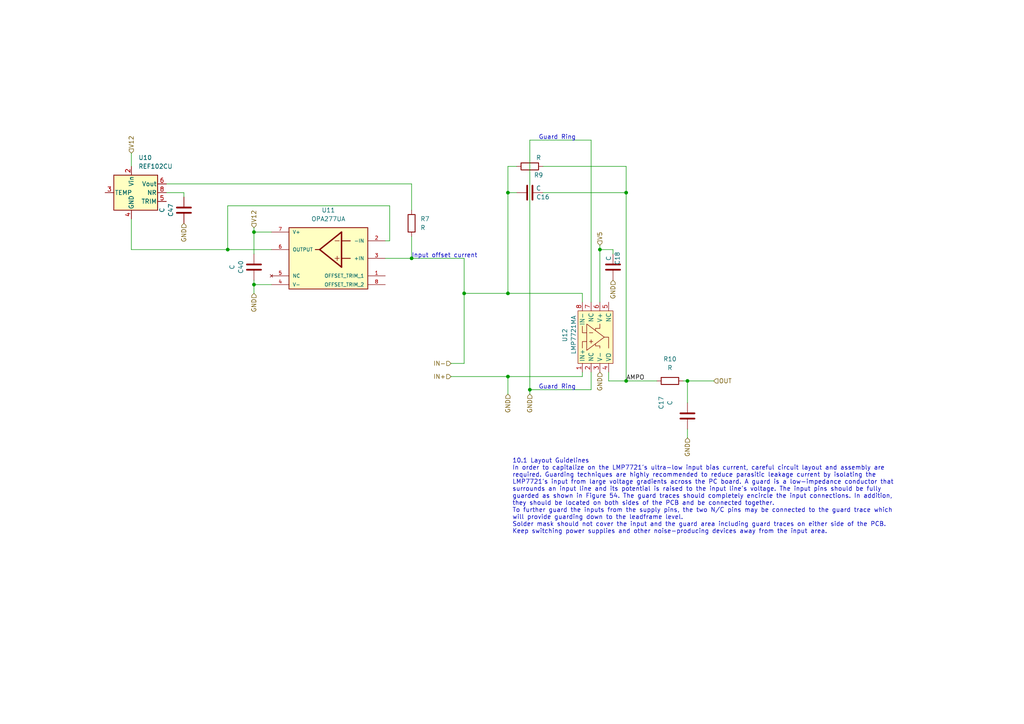
<source format=kicad_sch>
(kicad_sch (version 20211123) (generator eeschema)
  (paper "A4")
  (lib_symbols
    (symbol "Device:C" (pin_numbers hide) (pin_names (offset 0.254))
      (property "Reference" "C" (at 0.635 2.54 0))
      (property "Value" "C" (at 0.635 -2.54 0))
      (symbol "C_0_1"
        (polyline (pts (xy -2.032 -0.762) (xy 2.032 -0.762)) (stroke (width 0.508)))
        (polyline (pts (xy -2.032 0.762) (xy 2.032 0.762)) (stroke (width 0.508)))
      )
      (symbol "C_1_1"
        (pin passive line (at 0 3.81 270) (length 2.794) (name "~") (number "1"))
        (pin passive line (at 0 -3.81 90) (length 2.794) (name "~") (number "2"))
      )
    )
    (symbol "Device:R" (pin_numbers hide) (pin_names (offset 0))
      (property "Reference" "R" (at 2.032 0 90))
      (property "Value" "R" (at 0 0 90))
      (symbol "R_0_1"
        (rectangle (start -1.016 -2.54) (end 1.016 2.54) (stroke (width 0.254)))
      )
      (symbol "R_1_1"
        (pin passive line (at 0 3.81 270) (length 1.27) (name "~") (number "1"))
        (pin passive line (at 0 -3.81 90) (length 1.27) (name "~") (number "2"))
      )
    )
    (symbol "LMP7721:LMP7721MA"
      (property "Reference" "U" (at 0 6.35 0))
      (property "Value" "LMP7721MA" (at -0.635 8.89 0))
      (symbol "LMP7721MA_0_1"
        (rectangle (start -7.62 5.08) (end 7.62 -5.08) (fill (type background)))
        (polyline (pts (xy -1.778 1.27) (xy -0.762 1.27)))
        (polyline (pts (xy -1.27 1.778) (xy -1.27 0.762)))
        (polyline (pts (xy 1.27 1.778) (xy 1.27 0.762)))
        (polyline (pts (xy -1.27 2.54) (xy -1.27 3.81) (xy -3.175 3.81)))
        (polyline (pts (xy 0 -2.54) (xy 0 -3.81) (xy -3.175 -3.81)))
        (polyline (pts (xy 1.27 2.54) (xy 1.27 3.81) (xy 3.175 3.81)))
        (polyline (pts (xy -3.81 2.54) (xy 3.81 2.54) (xy 0 -2.54) (xy -3.81 2.54)))
        (polyline (pts (xy -1.905 0) (xy -2.54 0) (xy -2.54 -1.27) (xy -3.175 -1.27)))
        (polyline (pts (xy 1.905 0) (xy 2.54 0) (xy 2.54 -1.27) (xy 3.81 -1.27)))
      )
      (symbol "LMP7721MA_1_1"
        (pin input line (at -10.16 3.81 0) (length 2.54) (name "IN+") (number "1"))
        (pin input line (at -10.16 1.27 0) (length 2.54) (name "NC") (number "2"))
        (pin input line (at -10.16 -1.27 0) (length 2.54) (name "V-") (number "3"))
        (pin input line (at -10.16 -3.81 0) (length 2.54) (name "VO") (number "4"))
        (pin input line (at 10.16 -3.81 180) (length 2.54) (name "NC") (number "5"))
        (pin input line (at 10.16 -1.27 180) (length 2.54) (name "V+") (number "6"))
        (pin input line (at 10.16 1.27 180) (length 2.54) (name "NC") (number "7"))
        (pin input line (at 10.16 3.81 180) (length 2.54) (name "IN-") (number "8"))
      )
    )
    (symbol "OPAx277:OPA277UA" (pin_names (offset 1.016))
      (property "Reference" "U" (at -10.16 13.97 0))
      (property "Value" "OPA277UA" (at -10.16 -6.35 0))
      (symbol "OPA277UA_0_0"
        (rectangle (start -10.16 13.97) (end 12.7 -3.81) (stroke (width 0.254)) (fill (type background)))
        (polyline (pts (xy -5.08 5.08) (xy -2.54 5.08)) (stroke (width 0.254)))
        (polyline (pts (xy -5.08 10.16) (xy -2.54 10.16)) (stroke (width 0.254)))
        (polyline (pts (xy -2.54 2.54) (xy 3.81 7.62)) (stroke (width 0.4064)))
        (polyline (pts (xy -2.54 5.08) (xy -2.54 2.54)) (stroke (width 0.4064)))
        (polyline (pts (xy -2.54 10.16) (xy -2.54 5.08)) (stroke (width 0.4064)))
        (polyline (pts (xy -2.54 12.7) (xy -2.54 10.16)) (stroke (width 0.4064)))
        (polyline (pts (xy -1.905 5.08) (xy -0.635 5.08)) (stroke (width 0.1524)))
        (polyline (pts (xy -1.905 10.16) (xy -0.635 10.16)) (stroke (width 0.1524)))
        (polyline (pts (xy -1.27 5.715) (xy -1.27 4.445)) (stroke (width 0.1524)))
        (polyline (pts (xy 3.81 7.62) (xy -2.54 12.7)) (stroke (width 0.4064)))
        (polyline (pts (xy 3.81 7.62) (xy 5.08 7.62)) (stroke (width 0.254)))
        (pin input line (at -15.24 0 0) (length 5.08) (name "OFFSET_TRIM_1") (number "1"))
        (pin input line (at -15.24 10.16 0) (length 5.08) (name "-IN") (number "2"))
        (pin input line (at -15.24 5.08 0) (length 5.08) (name "+IN") (number "3"))
        (pin power_in line (at 17.78 -2.54 180) (length 5.08) (name "V-") (number "4"))
        (pin no_connect line (at 17.78 0 180) (length 5.08) (name "NC") (number "5"))
        (pin output line (at 17.78 7.62 180) (length 5.08) (name "OUTPUT") (number "6"))
        (pin power_in line (at 17.78 12.7 180) (length 5.08) (name "V+") (number "7"))
        (pin input line (at -15.24 -2.54 0) (length 5.08) (name "OFFSET_TRIM_2") (number "8"))
      )
    )
    (symbol "Reference_Voltage:REF102CU" (pin_names (offset 0.254))
      (property "Reference" "U" (at 0 8.255 0))
      (property "Value" "REF102CU" (at 3.175 6.35 0))
      (symbol "REF102CU_0_1"
        (rectangle (start -7.62 5.08) (end 5.08 -5.08) (stroke (width 0.254)) (fill (type background)))
      )
      (symbol "REF102CU_1_1"
        (pin no_connect line (at -5.08 -5.08 90) (length 2.54) hide (name "NC") (number "1"))
        (pin power_in line (at -2.54 7.62 270) (length 2.54) (name "Vin") (number "2"))
        (pin passive line (at -10.16 0 0) (length 2.54) (name "TEMP") (number "3"))
        (pin power_in line (at -2.54 -7.62 90) (length 2.54) (name "GND") (number "4"))
        (pin passive line (at 7.62 -2.54 180) (length 2.54) (name "TRIM") (number "5"))
        (pin power_out line (at 7.62 2.54 180) (length 2.54) (name "Vout") (number "6"))
        (pin no_connect line (at 0 -5.08 90) (length 2.54) hide (name "NC") (number "7"))
        (pin passive line (at 7.62 0 180) (length 2.54) (name "NR") (number "8"))
      )
    )
  )
  (junction (at 173.99 72.39))
  (junction (at 66.04 72.39))
  (junction (at 147.32 55.88))
  (junction (at 181.61 55.88))
  (junction (at 181.61 110.49))
  (junction (at 73.66 67.31))
  (junction (at 134.62 85.09))
  (junction (at 147.32 85.09))
  (junction (at 147.32 109.22))
  (junction (at 153.67 113.03))
  (junction (at 199.39 110.49))
  (junction (at 73.66 82.55))
  (junction (at 119.38 74.93))
  (wire (pts (xy 66.04 59.69) (xy 113.03 59.69)))
  (wire (pts (xy 38.1 72.39) (xy 66.04 72.39)))
  (wire (pts (xy 147.32 48.26) (xy 147.32 55.88)))
  (wire (pts (xy 168.91 85.09) (xy 168.91 87.63)))
  (wire (pts (xy 199.39 110.49) (xy 207.01 110.49)))
  (wire (pts (xy 171.45 113.03) (xy 171.45 107.95)))
  (wire (pts (xy 130.81 109.22) (xy 147.32 109.22)))
  (wire (pts (xy 168.91 107.95) (xy 168.91 109.22)))
  (wire (pts (xy 134.62 85.09) (xy 147.32 85.09)))
  (wire (pts (xy 111.76 74.93) (xy 119.38 74.93)))
  (wire (pts (xy 157.48 48.26) (xy 181.61 48.26)))
  (wire (pts (xy 119.38 68.58) (xy 119.38 74.93)))
  (wire (pts (xy 38.1 63.5) (xy 38.1 72.39)))
  (wire (pts (xy 73.66 85.09) (xy 73.66 82.55)))
  (wire (pts (xy 199.39 124.46) (xy 199.39 127)))
  (wire (pts (xy 53.34 55.88) (xy 53.34 57.15)))
  (wire (pts (xy 147.32 109.22) (xy 168.91 109.22)))
  (wire (pts (xy 119.38 74.93) (xy 134.62 74.93)))
  (wire (pts (xy 153.67 113.03) (xy 171.45 113.03)))
  (wire (pts (xy 173.99 72.39) (xy 173.99 87.63)))
  (wire (pts (xy 177.8 72.39) (xy 177.8 73.66)))
  (wire (pts (xy 147.32 109.22) (xy 147.32 114.3)))
  (wire (pts (xy 176.53 110.49) (xy 176.53 107.95)))
  (wire (pts (xy 73.66 81.28) (xy 73.66 82.55)))
  (wire (pts (xy 147.32 85.09) (xy 168.91 85.09)))
  (wire (pts (xy 66.04 72.39) (xy 66.04 59.69)))
  (wire (pts (xy 73.66 67.31) (xy 78.74 67.31)))
  (wire (pts (xy 153.67 40.64) (xy 153.67 113.03)))
  (wire (pts (xy 181.61 48.26) (xy 181.61 55.88)))
  (wire (pts (xy 119.38 60.96) (xy 119.38 53.34)))
  (wire (pts (xy 153.67 113.03) (xy 153.67 114.3)))
  (wire (pts (xy 134.62 74.93) (xy 134.62 85.09)))
  (wire (pts (xy 73.66 82.55) (xy 78.74 82.55)))
  (wire (pts (xy 147.32 55.88) (xy 149.86 55.88)))
  (wire (pts (xy 181.61 110.49) (xy 176.53 110.49)))
  (wire (pts (xy 38.1 44.45) (xy 38.1 48.26)))
  (wire (pts (xy 130.81 105.41) (xy 134.62 105.41)))
  (wire (pts (xy 113.03 69.85) (xy 111.76 69.85)))
  (wire (pts (xy 199.39 110.49) (xy 199.39 116.84)))
  (wire (pts (xy 153.67 40.64) (xy 171.45 40.64)))
  (wire (pts (xy 147.32 48.26) (xy 149.86 48.26)))
  (wire (pts (xy 157.48 55.88) (xy 181.61 55.88)))
  (wire (pts (xy 73.66 67.31) (xy 73.66 73.66)))
  (wire (pts (xy 66.04 72.39) (xy 78.74 72.39)))
  (wire (pts (xy 73.66 66.04) (xy 73.66 67.31)))
  (wire (pts (xy 181.61 110.49) (xy 190.5 110.49)))
  (wire (pts (xy 119.38 53.34) (xy 48.26 53.34)))
  (wire (pts (xy 113.03 59.69) (xy 113.03 69.85)))
  (wire (pts (xy 181.61 55.88) (xy 181.61 110.49)))
  (wire (pts (xy 173.99 71.12) (xy 173.99 72.39)))
  (wire (pts (xy 147.32 55.88) (xy 147.32 85.09)))
  (wire (pts (xy 173.99 72.39) (xy 177.8 72.39)))
  (wire (pts (xy 171.45 87.63) (xy 171.45 40.64)))
  (wire (pts (xy 48.26 55.88) (xy 53.34 55.88)))
  (wire (pts (xy 198.12 110.49) (xy 199.39 110.49)))
  (wire (pts (xy 134.62 85.09) (xy 134.62 105.41)))
  (text "Input offset current" (at 119.38 74.93 0) (effects (font (size 1.27 1.27)) (justify left bottom)))
  (text "Guard Ring" (at 156.21 113.03 0) (effects (font (size 1.27 1.27)) (justify left bottom)))
  (text "10.1 Layout Guidelines\nIn order to capitalize on the LMP7721's ultra-low input bias current, careful circuit layout and assembly are\nrequired. Guarding techniques are highly recommended to reduce parasitic leakage current by isolating the\nLMP7721's input from large voltage gradients across the PC board. A guard is a low-impedance conductor that\nsurrounds an input line and its potential is raised to the input line's voltage. The input pins should be fully\nguarded as shown in Figure 54. The guard traces should completely encircle the input connections. In addition,\nthey should be located on both sides of the PCB and be connected together.\nTo further guard the inputs from the supply pins, the two N/C pins may be connected to the guard trace which\nwill provide guarding down to the leadframe level.\nSolder mask should not cover the input and the guard area including guard traces on either side of the PCB.\nKeep switching power supplies and other noise-producing devices away from the input area." (at 148.59 154.94 0) (effects (font (size 1.27 1.27)) (justify left bottom)))
  (text "Guard Ring" (at 156.21 40.64 0) (effects (font (size 1.27 1.27)) (justify left bottom)))
  (label "AMPO" (at 181.61 110.49 0))
  (hierarchical_label "GND" (shape input) (at 177.8 81.28 270))
  (hierarchical_label "GND" (shape input) (at 147.32 114.3 270))
  (hierarchical_label "IN+" (shape input) (at 130.81 109.22 180))
  (hierarchical_label "GND" (shape input) (at 53.34 64.77 270))
  (hierarchical_label "IN-" (shape input) (at 130.81 105.41 180))
  (hierarchical_label "GND" (shape input) (at 199.39 127 270))
  (hierarchical_label "GND" (shape input) (at 173.99 107.95 270))
  (hierarchical_label "OUT" (shape input) (at 207.01 110.49 0))
  (hierarchical_label "V12" (shape input) (at 38.1 44.45 90))
  (hierarchical_label "GND" (shape input) (at 73.66 85.09 270))
  (hierarchical_label "V5" (shape input) (at 173.99 71.12 90))
  (hierarchical_label "GND" (shape input) (at 153.67 114.3 270))
  (hierarchical_label "V12" (shape input) (at 73.66 66.04 90))
  (symbol (lib_id "Reference_Voltage:REF102CU") (at 40.64 55.88 0) (unit 1)
    (property "Reference" "U10" (at 40.1194 45.72 0) (effects (justify left)))
    (property "Value" "REF102CU" (at 40.1194 48.26 0) (effects (justify left)))
    (property "Footprint" "Package_SO:SOIC-8_3.9x4.9mm_P1.27mm" (effects hide))
    (property "Datasheet" "http://www.ti.com/lit/ds/symlink/ref02.pdf" (effects hide))
  )
  (symbol (lib_id "Device:C") (at 53.34 60.96 180) (unit 1)
    (property "Reference" "C47" (at 49.53 60.96 90))
    (property "Value" "C" (at 46.99 60.96 90))
    (property "Footprint" "Capacitor_SMD:C_0603_1608Metric" (effects hide))
  )
  (symbol (lib_id "LMP7721:LMP7721MA") (at 172.72 97.79 90) (unit 1)
    (property "Reference" "U12" (at 163.83 95.25 0) (effects (justify right)))
    (property "Value" "LMP7721MA" (at 166.37 91.44 0) (effects (justify right)))
    (property "Footprint" "Package_SO:SOIC-8_3.9x4.9mm_P1.27mm" (effects hide))
  )
  (symbol (lib_id "OPAx277:OPA277UA") (at 96.52 80.01 0) (mirror y) (unit 1)
    (property "Reference" "U11" (at 95.25 60.96 0))
    (property "Value" "OPA277UA" (at 95.25 63.5 0))
    (property "Footprint" "Package_SO:SOIC-8_3.9x4.9mm_P1.27mm" (effects hide))
    (property "PARTREV" "02/2019" (effects hide))
    (property "MAXIMUM_PACKAGE_HEIGHT" "1.75 mm" (effects hide))
    (property "STANDARD" "IPC 7351B" (effects hide))
    (property "MANUFACTURER" "Texas Instruments" (effects hide))
  )
  (symbol (lib_id "Device:C") (at 73.66 77.47 180) (unit 1)
    (property "Reference" "C40" (at 69.85 77.47 90))
    (property "Value" "C" (at 67.31 77.47 90))
    (property "Footprint" "Capacitor_SMD:C_0603_1608Metric" (effects hide))
  )
  (symbol (lib_id "Device:R") (at 153.67 48.26 90) (unit 1)
    (property "Reference" "R9" (at 156.21 50.8 90))
    (property "Value" "R" (at 156.21 45.72 90))
    (property "Footprint" "Resistor_SMD:R_0603_1608Metric" (effects hide))
  )
  (symbol (lib_id "Device:C") (at 153.67 55.88 90) (unit 1)
    (property "Reference" "C16" (at 157.48 57.15 90))
    (property "Value" "C" (at 156.21 54.61 90))
    (property "Footprint" "Capacitor_SMD:C_0603_1608Metric" (effects hide))
  )
  (symbol (lib_id "Device:C") (at 199.39 120.65 180) (unit 1)
    (property "Reference" "C17" (at 191.77 116.84 90))
    (property "Value" "C" (at 194.31 116.84 90))
    (property "Footprint" "Capacitor_SMD:C_0603_1608Metric" (effects hide))
  )
  (symbol (lib_id "Device:R") (at 119.38 64.77 180) (unit 1)
    (property "Reference" "R7" (at 121.92 63.4999 0) (effects (justify right)))
    (property "Value" "R" (at 121.92 66.0399 0) (effects (justify right)))
    (property "Footprint" "Resistor_SMD:R_0603_1608Metric" (effects hide))
  )
  (symbol (lib_id "Device:R") (at 194.31 110.49 270) (unit 1)
    (property "Reference" "R10" (at 194.31 104.14 90))
    (property "Value" "R" (at 194.31 106.68 90))
    (property "Footprint" "Resistor_SMD:R_0603_1608Metric" (effects hide))
  )
  (symbol (lib_id "Device:C") (at 177.8 77.47 180) (unit 1)
    (property "Reference" "C18" (at 179.07 74.93 90))
    (property "Value" "C" (at 176.53 74.93 90))
    (property "Footprint" "Capacitor_SMD:C_0603_1608Metric" (effects hide))
  )
)
</source>
